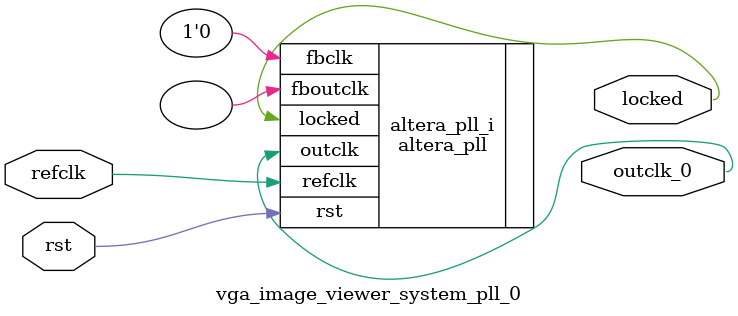
<source format=v>
`timescale 1ns/10ps
module  vga_image_viewer_system_pll_0(

	// interface 'refclk'
	input wire refclk,

	// interface 'reset'
	input wire rst,

	// interface 'outclk0'
	output wire outclk_0,

	// interface 'locked'
	output wire locked
);

	altera_pll #(
		.fractional_vco_multiplier("false"),
		.reference_clock_frequency("50.0 MHz"),
		.operation_mode("direct"),
		.number_of_clocks(1),
		.output_clock_frequency0("150.000000 MHz"),
		.phase_shift0("0 ps"),
		.duty_cycle0(50),
		.output_clock_frequency1("0 MHz"),
		.phase_shift1("0 ps"),
		.duty_cycle1(50),
		.output_clock_frequency2("0 MHz"),
		.phase_shift2("0 ps"),
		.duty_cycle2(50),
		.output_clock_frequency3("0 MHz"),
		.phase_shift3("0 ps"),
		.duty_cycle3(50),
		.output_clock_frequency4("0 MHz"),
		.phase_shift4("0 ps"),
		.duty_cycle4(50),
		.output_clock_frequency5("0 MHz"),
		.phase_shift5("0 ps"),
		.duty_cycle5(50),
		.output_clock_frequency6("0 MHz"),
		.phase_shift6("0 ps"),
		.duty_cycle6(50),
		.output_clock_frequency7("0 MHz"),
		.phase_shift7("0 ps"),
		.duty_cycle7(50),
		.output_clock_frequency8("0 MHz"),
		.phase_shift8("0 ps"),
		.duty_cycle8(50),
		.output_clock_frequency9("0 MHz"),
		.phase_shift9("0 ps"),
		.duty_cycle9(50),
		.output_clock_frequency10("0 MHz"),
		.phase_shift10("0 ps"),
		.duty_cycle10(50),
		.output_clock_frequency11("0 MHz"),
		.phase_shift11("0 ps"),
		.duty_cycle11(50),
		.output_clock_frequency12("0 MHz"),
		.phase_shift12("0 ps"),
		.duty_cycle12(50),
		.output_clock_frequency13("0 MHz"),
		.phase_shift13("0 ps"),
		.duty_cycle13(50),
		.output_clock_frequency14("0 MHz"),
		.phase_shift14("0 ps"),
		.duty_cycle14(50),
		.output_clock_frequency15("0 MHz"),
		.phase_shift15("0 ps"),
		.duty_cycle15(50),
		.output_clock_frequency16("0 MHz"),
		.phase_shift16("0 ps"),
		.duty_cycle16(50),
		.output_clock_frequency17("0 MHz"),
		.phase_shift17("0 ps"),
		.duty_cycle17(50),
		.pll_type("General"),
		.pll_subtype("General")
	) altera_pll_i (
		.rst	(rst),
		.outclk	({outclk_0}),
		.locked	(locked),
		.fboutclk	( ),
		.fbclk	(1'b0),
		.refclk	(refclk)
	);
endmodule


</source>
